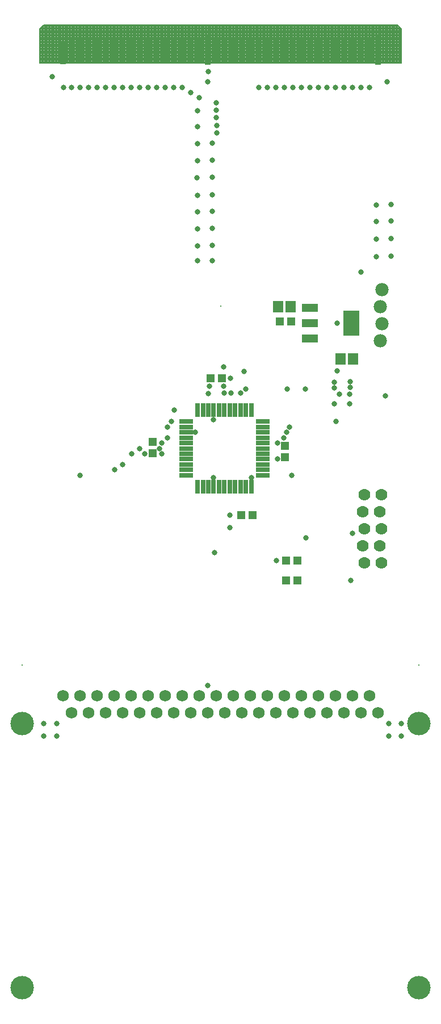
<source format=gts>
%FSLAX23Y23*%
%MOIN*%
G70*
G01*
G75*
%ADD10C,0.008*%
%ADD11R,0.075X0.020*%
%ADD12R,0.028X0.125*%
%ADD13R,0.028X0.165*%
%ADD14R,0.085X0.138*%
%ADD15R,0.085X0.043*%
%ADD16R,0.020X0.075*%
%ADD17R,0.051X0.059*%
%ADD18R,0.043X0.039*%
%ADD19R,0.039X0.043*%
%ADD20C,0.010*%
%ADD21C,0.012*%
%ADD22C,0.070*%
%ADD23C,0.060*%
%ADD24C,0.130*%
%ADD25C,0.062*%
%ADD26C,0.024*%
%ADD27C,0.016*%
%ADD28C,0.031*%
%ADD29C,0.010*%
%ADD30C,0.010*%
%ADD31C,0.010*%
%ADD32C,0.015*%
%ADD33R,0.100X0.100*%
%ADD34R,0.083X0.028*%
%ADD35R,0.036X0.133*%
%ADD36R,0.036X0.173*%
%ADD37R,0.093X0.146*%
%ADD38R,0.093X0.051*%
%ADD39R,0.028X0.083*%
%ADD40R,0.059X0.067*%
%ADD41R,0.051X0.047*%
%ADD42R,0.047X0.051*%
%ADD43C,0.008*%
%ADD44C,0.078*%
%ADD45C,0.068*%
%ADD46C,0.138*%
%ADD47C,0.032*%
D10*
X2101Y0D02*
X2125Y-24D01*
X2101Y-225D02*
Y-0D01*
X2093Y-225D02*
Y0D01*
X2085Y-225D02*
Y0D01*
X2077Y-225D02*
Y0D01*
X2069Y-225D02*
Y0D01*
X2061Y-225D02*
Y0D01*
X2053Y-225D02*
Y0D01*
X2045Y-225D02*
Y0D01*
X2037Y-225D02*
Y0D01*
X2029Y-225D02*
Y0D01*
X2021Y-225D02*
Y0D01*
X2013Y-225D02*
Y0D01*
X2005Y-225D02*
Y0D01*
X1997Y-225D02*
Y0D01*
X1989Y-225D02*
Y0D01*
X1981Y-225D02*
Y0D01*
X1973Y-225D02*
Y0D01*
X1965Y-225D02*
Y0D01*
X2117Y-225D02*
Y-16D01*
X2109Y-225D02*
Y-8D01*
X2125Y-225D02*
Y-24D01*
X1957Y-225D02*
Y0D01*
X1949Y-225D02*
Y0D01*
X1941Y-225D02*
Y0D01*
X1933Y-225D02*
Y0D01*
X1925Y-225D02*
Y0D01*
X1917Y-225D02*
Y0D01*
X1909Y-225D02*
Y0D01*
X1901Y-225D02*
Y0D01*
X1893Y-225D02*
Y0D01*
X1885Y-225D02*
Y0D01*
X1877Y-225D02*
Y0D01*
X1869Y-225D02*
Y0D01*
X1861Y-225D02*
Y0D01*
X1853Y-225D02*
Y0D01*
X1845Y-225D02*
Y0D01*
X1837Y-225D02*
Y0D01*
X1829Y-225D02*
Y0D01*
X1821Y-225D02*
Y0D01*
X1813Y-225D02*
Y0D01*
X1805Y-225D02*
Y0D01*
X1797Y-225D02*
Y0D01*
X1789Y-225D02*
Y0D01*
X1781Y-225D02*
Y0D01*
X1773Y-225D02*
Y0D01*
X1765Y-225D02*
Y0D01*
X1757Y-225D02*
Y0D01*
X1749Y-225D02*
Y0D01*
X1741Y-225D02*
Y0D01*
X1733Y-225D02*
Y0D01*
X1725Y-225D02*
Y0D01*
X1717Y-225D02*
Y0D01*
X1709Y-225D02*
Y0D01*
X1701Y-225D02*
Y0D01*
X1693Y-225D02*
Y0D01*
X1685Y-225D02*
Y0D01*
X1677Y-225D02*
Y0D01*
X1669Y-225D02*
Y0D01*
X1661Y-225D02*
Y0D01*
X1653Y-225D02*
Y0D01*
X1645Y-225D02*
Y0D01*
X1637Y-225D02*
Y0D01*
X1629Y-225D02*
Y0D01*
X1621Y-225D02*
Y0D01*
X1613Y-225D02*
Y0D01*
X1605Y-225D02*
Y0D01*
X1597Y-225D02*
Y0D01*
X1589Y-225D02*
Y0D01*
X1581Y-225D02*
Y0D01*
X1573Y-225D02*
Y0D01*
X1565Y-225D02*
Y0D01*
X1557Y-225D02*
Y0D01*
X1549Y-225D02*
Y0D01*
X1541Y-225D02*
Y0D01*
X1533Y-225D02*
Y0D01*
X1525Y-225D02*
Y0D01*
X1517Y-225D02*
Y0D01*
X1509Y-225D02*
Y0D01*
X1501Y-225D02*
Y0D01*
X1493Y-225D02*
Y0D01*
X1485Y-225D02*
Y0D01*
X1477Y-225D02*
Y0D01*
X1469Y-225D02*
Y0D01*
X1461Y-225D02*
Y0D01*
X1453Y-225D02*
Y0D01*
X1445Y-225D02*
Y0D01*
X1437Y-225D02*
Y0D01*
X1429Y-225D02*
Y0D01*
X1421Y-225D02*
Y0D01*
X1413Y-225D02*
Y0D01*
X1405Y-225D02*
Y0D01*
X1397Y-225D02*
Y0D01*
X1389Y-225D02*
Y0D01*
X1381Y-225D02*
Y0D01*
X1373Y-225D02*
Y0D01*
X1365Y-225D02*
Y0D01*
X1357Y-225D02*
Y0D01*
X1349Y-225D02*
Y0D01*
X1341Y-225D02*
Y0D01*
X1333Y-225D02*
Y0D01*
X1325Y-225D02*
Y0D01*
X1317Y-225D02*
Y0D01*
X1309Y-225D02*
Y0D01*
X1301Y-225D02*
Y0D01*
X1293Y-225D02*
Y0D01*
X1285Y-225D02*
Y0D01*
X1277Y-225D02*
Y0D01*
X1269Y-225D02*
Y0D01*
X1261Y-225D02*
Y0D01*
X1253Y-225D02*
Y0D01*
X1245Y-225D02*
Y0D01*
X1237Y-225D02*
Y0D01*
X1229Y-225D02*
Y0D01*
X1221Y-225D02*
Y0D01*
X1213Y-225D02*
Y0D01*
X1205Y-225D02*
Y0D01*
X1197Y-225D02*
Y0D01*
X1189Y-225D02*
Y0D01*
X1181Y-225D02*
Y0D01*
X1173Y-225D02*
Y0D01*
X1165Y-225D02*
Y0D01*
X1157Y-225D02*
Y0D01*
X1149Y-225D02*
Y0D01*
X1141Y-225D02*
Y0D01*
X1133Y-225D02*
Y0D01*
X1125Y-225D02*
Y0D01*
X1117Y-225D02*
Y0D01*
X1109Y-225D02*
Y0D01*
X1101Y-225D02*
Y0D01*
X1093Y-225D02*
Y0D01*
X1085Y-225D02*
Y0D01*
X1077Y-225D02*
Y0D01*
X1069Y-225D02*
Y0D01*
X1061Y-225D02*
Y0D01*
X1053Y-225D02*
Y0D01*
X1045Y-225D02*
Y0D01*
X1037Y-225D02*
Y0D01*
X1029Y-225D02*
Y0D01*
X1021Y-225D02*
Y0D01*
X1013Y-225D02*
Y0D01*
X1005Y-225D02*
Y0D01*
X997Y-225D02*
Y0D01*
X989Y-225D02*
Y0D01*
X981Y-225D02*
Y0D01*
X973Y-225D02*
Y0D01*
X965Y-225D02*
Y0D01*
X957Y-225D02*
Y0D01*
X949Y-225D02*
Y0D01*
X941Y-225D02*
Y0D01*
X933Y-225D02*
Y0D01*
X25D02*
X2101D01*
X925Y-225D02*
Y0D01*
X917Y-225D02*
Y0D01*
X909Y-225D02*
Y0D01*
X901Y-225D02*
Y0D01*
X893Y-225D02*
Y0D01*
X885Y-225D02*
Y0D01*
X877Y-225D02*
Y0D01*
X869Y-225D02*
Y0D01*
X8Y-17D02*
X2118D01*
X0Y-25D02*
X2125D01*
X0Y-33D02*
X2125D01*
X24Y-1D02*
X2102D01*
X16Y-9D02*
X2110D01*
X0Y-41D02*
X2125D01*
X0Y-49D02*
X2125D01*
X0Y-57D02*
X2125D01*
X0Y-65D02*
X2125D01*
X0Y-73D02*
X2125D01*
X0Y-81D02*
X2125D01*
X0Y-89D02*
X2125D01*
X0Y-97D02*
X2125D01*
X0Y-105D02*
X2125D01*
X0Y-113D02*
X2125D01*
X0Y-121D02*
X2125D01*
X0Y-129D02*
X2125D01*
X0Y-137D02*
X2125D01*
X0Y-145D02*
X2125D01*
X0Y-153D02*
X2125D01*
X0Y-161D02*
X2125D01*
X0Y-169D02*
X2125D01*
X0Y-177D02*
X2125D01*
X0Y-185D02*
X2125D01*
X0Y-193D02*
X2125D01*
X0Y-201D02*
X2125D01*
X0Y-209D02*
X2125D01*
X0Y-217D02*
X2125D01*
X861Y-225D02*
Y0D01*
X853Y-225D02*
Y0D01*
X845Y-225D02*
Y0D01*
X837Y-225D02*
Y0D01*
X829Y-225D02*
Y0D01*
X821Y-225D02*
Y0D01*
X813Y-225D02*
Y0D01*
X805Y-225D02*
Y0D01*
X797Y-225D02*
Y0D01*
X789Y-225D02*
Y0D01*
X781Y-225D02*
Y0D01*
X773Y-225D02*
Y0D01*
X765Y-225D02*
Y0D01*
X757Y-225D02*
Y0D01*
X749Y-225D02*
Y0D01*
X741Y-225D02*
Y0D01*
X733Y-225D02*
Y0D01*
X725Y-225D02*
Y0D01*
X717Y-225D02*
Y0D01*
X709Y-225D02*
Y0D01*
X701Y-225D02*
Y0D01*
X693Y-225D02*
Y0D01*
X685Y-225D02*
Y0D01*
X677Y-225D02*
Y0D01*
X669Y-225D02*
Y0D01*
X661Y-225D02*
Y0D01*
X653Y-225D02*
Y0D01*
X645Y-225D02*
Y0D01*
X637Y-225D02*
Y0D01*
X629Y-225D02*
Y0D01*
X621Y-225D02*
Y0D01*
X613Y-225D02*
Y0D01*
X0Y-25D02*
X25Y0D01*
X605Y-225D02*
Y0D01*
X597Y-225D02*
Y0D01*
X589Y-225D02*
Y0D01*
X581Y-225D02*
Y0D01*
X573Y-225D02*
Y0D01*
X565Y-225D02*
Y0D01*
X557Y-225D02*
Y0D01*
X549Y-225D02*
Y0D01*
X541Y-225D02*
Y0D01*
X533Y-225D02*
Y0D01*
X525Y-225D02*
Y0D01*
X517Y-225D02*
Y0D01*
X509Y-225D02*
Y0D01*
X501Y-225D02*
Y0D01*
X493Y-225D02*
Y0D01*
X485Y-225D02*
Y0D01*
X477Y-225D02*
Y0D01*
X469Y-225D02*
Y0D01*
X461Y-225D02*
Y0D01*
X453Y-225D02*
Y0D01*
X445Y-225D02*
Y0D01*
X437Y-225D02*
Y0D01*
X429Y-225D02*
Y0D01*
X421Y-225D02*
Y0D01*
X413Y-225D02*
Y0D01*
X405Y-225D02*
Y0D01*
X397Y-225D02*
Y0D01*
X389Y-225D02*
Y0D01*
X381Y-225D02*
Y0D01*
X373Y-225D02*
Y0D01*
X365Y-225D02*
Y0D01*
X357Y-225D02*
Y0D01*
X349Y-225D02*
Y0D01*
X341Y-225D02*
Y0D01*
X333Y-225D02*
Y0D01*
X325Y-225D02*
Y0D01*
X317Y-225D02*
Y0D01*
X309Y-225D02*
Y0D01*
X0Y-225D02*
X2125D01*
X301D02*
Y0D01*
X293Y-225D02*
Y0D01*
X285Y-225D02*
Y0D01*
X277Y-225D02*
Y0D01*
X269Y-225D02*
Y0D01*
X261Y-225D02*
Y0D01*
X253Y-225D02*
Y0D01*
X245Y-225D02*
Y0D01*
X237Y-225D02*
Y0D01*
X229Y-225D02*
Y0D01*
X221Y-225D02*
Y0D01*
X213Y-225D02*
Y0D01*
X205Y-225D02*
Y0D01*
X197Y-225D02*
Y0D01*
X189Y-225D02*
Y0D01*
X181Y-225D02*
Y0D01*
X173Y-225D02*
Y0D01*
X165Y-225D02*
Y0D01*
X157Y-225D02*
Y0D01*
X149Y-225D02*
Y0D01*
X141Y-225D02*
Y0D01*
X133Y-225D02*
Y0D01*
X125Y-225D02*
Y0D01*
X117Y-225D02*
Y0D01*
X109Y-225D02*
Y0D01*
X101Y-225D02*
Y0D01*
X93Y-225D02*
Y0D01*
X85Y-225D02*
Y0D01*
X77Y-225D02*
Y0D01*
X69Y-225D02*
Y0D01*
X61Y-225D02*
Y0D01*
X53Y-225D02*
Y0D01*
X45Y-225D02*
Y0D01*
X37Y-225D02*
Y0D01*
X29Y-225D02*
Y0D01*
X21Y-225D02*
Y-4D01*
X13Y-225D02*
Y-12D01*
X5Y-225D02*
Y-20D01*
X0Y-225D02*
Y-25D01*
D22*
X2006Y-2956D02*
D03*
Y-3156D02*
D03*
X1906D02*
D03*
X1996Y-3056D02*
D03*
X1896D02*
D03*
X1906Y-2956D02*
D03*
X1996Y-2856D02*
D03*
X1896D02*
D03*
X2006Y-2756D02*
D03*
X1906D02*
D03*
D34*
X861Y-2643D02*
D03*
X1310Y-2612D02*
D03*
X861Y-2328D02*
D03*
Y-2360D02*
D03*
Y-2423D02*
D03*
Y-2454D02*
D03*
Y-2517D02*
D03*
Y-2580D02*
D03*
Y-2612D02*
D03*
X1310Y-2580D02*
D03*
Y-2517D02*
D03*
Y-2486D02*
D03*
X861Y-2549D02*
D03*
Y-2391D02*
D03*
Y-2486D02*
D03*
X1310Y-2328D02*
D03*
Y-2643D02*
D03*
Y-2360D02*
D03*
Y-2391D02*
D03*
Y-2423D02*
D03*
Y-2454D02*
D03*
Y-2549D02*
D03*
D35*
X1938Y-149D02*
D03*
X1888D02*
D03*
X1838D02*
D03*
X1788D02*
D03*
X1688D02*
D03*
X1738D02*
D03*
X1638D02*
D03*
X1588D02*
D03*
X1538D02*
D03*
X1488D02*
D03*
X1438D02*
D03*
X1388D02*
D03*
X1338D02*
D03*
X1288D02*
D03*
X1238D02*
D03*
X1188D02*
D03*
X1138D02*
D03*
X1088D02*
D03*
X1038D02*
D03*
X938D02*
D03*
X888D02*
D03*
X838D02*
D03*
X788D02*
D03*
X738D02*
D03*
X688D02*
D03*
X638D02*
D03*
X588D02*
D03*
X538D02*
D03*
X488D02*
D03*
X438D02*
D03*
X388D02*
D03*
X338D02*
D03*
X288D02*
D03*
X238D02*
D03*
X188D02*
D03*
X138Y-164D02*
D03*
D36*
X1988Y-149D02*
D03*
X988D02*
D03*
D37*
X1831Y-1752D02*
D03*
D38*
X1587Y-1842D02*
D03*
Y-1752D02*
D03*
Y-1661D02*
D03*
D39*
X959Y-2710D02*
D03*
X991D02*
D03*
X1054D02*
D03*
X1085D02*
D03*
X928Y-2261D02*
D03*
X959D02*
D03*
X1022D02*
D03*
X1054D02*
D03*
X1148D02*
D03*
X1211D02*
D03*
X1243D02*
D03*
X1022Y-2710D02*
D03*
X928D02*
D03*
X1117D02*
D03*
X1148D02*
D03*
X1180D02*
D03*
X1211D02*
D03*
X1243D02*
D03*
X1180Y-2261D02*
D03*
X1117D02*
D03*
X1085D02*
D03*
X991D02*
D03*
D40*
X1474Y-1653D02*
D03*
X1399D02*
D03*
X1841Y-1960D02*
D03*
X1766D02*
D03*
D41*
X1478Y-1740D02*
D03*
X1411D02*
D03*
X1004Y-2074D02*
D03*
X1071D02*
D03*
X1252Y-2877D02*
D03*
X1185D02*
D03*
X1447Y-3144D02*
D03*
X1514D02*
D03*
X1513Y-3262D02*
D03*
X1446D02*
D03*
D42*
X1442Y-2539D02*
D03*
Y-2472D02*
D03*
X663Y-2447D02*
D03*
Y-2514D02*
D03*
D43*
X2228Y-3759D02*
D03*
X-102D02*
D03*
X1063Y-1652D02*
D03*
D44*
X2011Y-1553D02*
D03*
X2001Y-1653D02*
D03*
X2011Y-1753D02*
D03*
X2001Y-1853D02*
D03*
D45*
X138Y-3937D02*
D03*
X188Y-4037D02*
D03*
X238Y-3937D02*
D03*
X288Y-4037D02*
D03*
X338Y-3937D02*
D03*
X388Y-4037D02*
D03*
X438Y-3937D02*
D03*
X488Y-4037D02*
D03*
X538Y-3937D02*
D03*
X588Y-4037D02*
D03*
X638Y-3937D02*
D03*
X688Y-4037D02*
D03*
X738Y-3937D02*
D03*
X788Y-4037D02*
D03*
X838Y-3937D02*
D03*
X938D02*
D03*
X988Y-4037D02*
D03*
X1038Y-3937D02*
D03*
X1088Y-4037D02*
D03*
X1138Y-3937D02*
D03*
X1188Y-4037D02*
D03*
X1238Y-3937D02*
D03*
X1288Y-4037D02*
D03*
X1338Y-3937D02*
D03*
X1388Y-4037D02*
D03*
X1438Y-3937D02*
D03*
X1488Y-4037D02*
D03*
X1538Y-3937D02*
D03*
X1588Y-4037D02*
D03*
X1638Y-3937D02*
D03*
X1688Y-4037D02*
D03*
X1738Y-3937D02*
D03*
X1788Y-4037D02*
D03*
X1838Y-3937D02*
D03*
X1888Y-4037D02*
D03*
X1938Y-3937D02*
D03*
X1988Y-4037D02*
D03*
X888D02*
D03*
D46*
X-102Y-4102D02*
D03*
X2228D02*
D03*
X-102Y-5652D02*
D03*
X2228D02*
D03*
D47*
X238Y-2643D02*
D03*
X1746Y-1752D02*
D03*
X2064Y-1055D02*
D03*
X1976Y-1057D02*
D03*
X2064Y-1151D02*
D03*
X1976Y-1153D02*
D03*
X2064Y-1255D02*
D03*
X1976Y-1257D02*
D03*
X2064Y-1359D02*
D03*
X1976Y-1361D02*
D03*
X2125Y-4175D02*
D03*
X2050D02*
D03*
X2125Y-4100D02*
D03*
X2050D02*
D03*
X100Y-4175D02*
D03*
X25D02*
D03*
X100Y-4100D02*
D03*
X25D02*
D03*
X1026Y-3097D02*
D03*
X1014Y-1383D02*
D03*
X926Y-1385D02*
D03*
X1014Y-1295D02*
D03*
X926Y-1297D02*
D03*
X1014Y-1195D02*
D03*
X926Y-1197D02*
D03*
X1014Y-1095D02*
D03*
X926Y-1097D02*
D03*
X1014Y-999D02*
D03*
X926Y-1001D02*
D03*
X1013Y-895D02*
D03*
X925Y-897D02*
D03*
X1014Y-795D02*
D03*
X926Y-797D02*
D03*
X1014Y-695D02*
D03*
X926Y-697D02*
D03*
X75Y-305D02*
D03*
X926Y-505D02*
D03*
Y-597D02*
D03*
X989Y-274D02*
D03*
X791Y-2261D02*
D03*
X774Y-2328D02*
D03*
X750Y-2360D02*
D03*
X717Y-2454D02*
D03*
X717Y-2517D02*
D03*
X703Y-2486D02*
D03*
X749Y-2423D02*
D03*
X539Y-2517D02*
D03*
X618D02*
D03*
X488Y-2580D02*
D03*
X439Y-2611D02*
D03*
X438Y-368D02*
D03*
X488D02*
D03*
X538D02*
D03*
X588D02*
D03*
X638D02*
D03*
X688D02*
D03*
X738D02*
D03*
X788D02*
D03*
X1888D02*
D03*
X1938D02*
D03*
X1022Y-2316D02*
D03*
X1243Y-2656D02*
D03*
X1022Y-2658D02*
D03*
X914Y-2391D02*
D03*
X1747Y-2030D02*
D03*
X1760Y-2168D02*
D03*
X1822D02*
D03*
X1823Y-2129D02*
D03*
X1730Y-2130D02*
D03*
X2032Y-2177D02*
D03*
X1838Y-2984D02*
D03*
X1116Y-2950D02*
D03*
X1117Y-2878D02*
D03*
X1823Y-2095D02*
D03*
X1731Y-2096D02*
D03*
X1082Y-2008D02*
D03*
X2042Y-335D02*
D03*
X988D02*
D03*
X1888Y-1450D02*
D03*
X586Y-2486D02*
D03*
X1838Y-368D02*
D03*
X1788D02*
D03*
X1740Y-2328D02*
D03*
X1738Y-368D02*
D03*
X1688D02*
D03*
X1638D02*
D03*
X1588D02*
D03*
X1538D02*
D03*
X1488D02*
D03*
X1438D02*
D03*
X1388D02*
D03*
X1454Y-2137D02*
D03*
X1338Y-368D02*
D03*
X1481Y-2643D02*
D03*
X1288Y-368D02*
D03*
X1466Y-2360D02*
D03*
X838Y-368D02*
D03*
X1450Y-2391D02*
D03*
X888Y-396D02*
D03*
X1433Y-2423D02*
D03*
X938Y-426D02*
D03*
X1396Y-2454D02*
D03*
X1038Y-456D02*
D03*
X1397Y-2549D02*
D03*
X1200Y-2034D02*
D03*
X1038Y-500D02*
D03*
X1211Y-2136D02*
D03*
X1180Y-2161D02*
D03*
X1038Y-545D02*
D03*
X1124Y-2162D02*
D03*
X987Y-3877D02*
D03*
X1039Y-591D02*
D03*
X1080Y-2121D02*
D03*
X996Y-2122D02*
D03*
X1085Y-2162D02*
D03*
X1119Y-2074D02*
D03*
X1039Y-635D02*
D03*
X991Y-2163D02*
D03*
X139Y-368D02*
D03*
X188D02*
D03*
X238D02*
D03*
X288D02*
D03*
X338D02*
D03*
X388D02*
D03*
X1389Y-3144D02*
D03*
X1563Y-3011D02*
D03*
X1562Y-2137D02*
D03*
X1826Y-3262D02*
D03*
X1731Y-2224D02*
D03*
X1822Y-2225D02*
D03*
M02*

</source>
